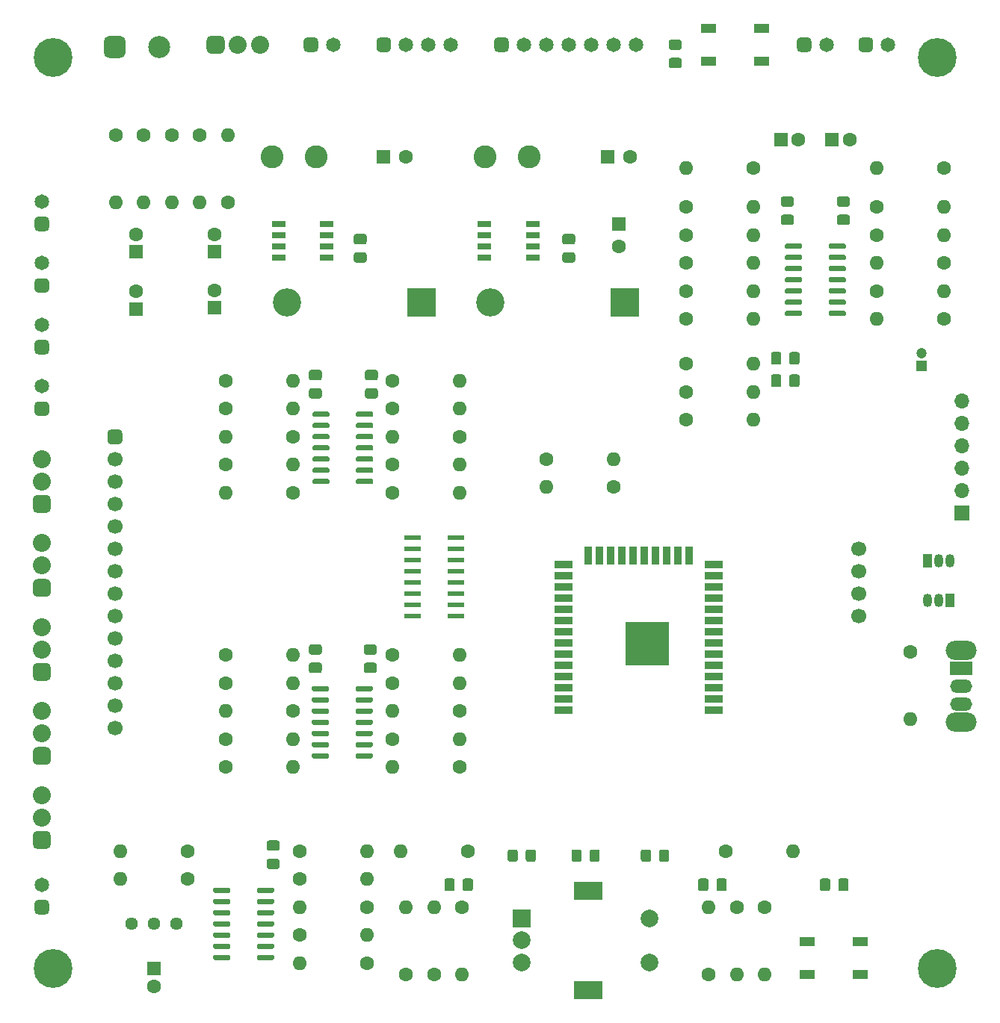
<source format=gbr>
G04 #@! TF.GenerationSoftware,KiCad,Pcbnew,(5.1.9-0-10_14)*
G04 #@! TF.CreationDate,2021-01-20T18:33:34+01:00*
G04 #@! TF.ProjectId,3DPrinter_Watercooling,33445072-696e-4746-9572-5f5761746572,rev?*
G04 #@! TF.SameCoordinates,Original*
G04 #@! TF.FileFunction,Soldermask,Top*
G04 #@! TF.FilePolarity,Negative*
%FSLAX46Y46*%
G04 Gerber Fmt 4.6, Leading zero omitted, Abs format (unit mm)*
G04 Created by KiCad (PCBNEW (5.1.9-0-10_14)) date 2021-01-20 18:33:34*
%MOMM*%
%LPD*%
G01*
G04 APERTURE LIST*
%ADD10C,1.700000*%
%ADD11R,1.600000X1.600000*%
%ADD12C,1.600000*%
%ADD13R,1.200000X1.200000*%
%ADD14C,1.200000*%
%ADD15R,3.200000X3.200000*%
%ADD16O,3.200000X3.200000*%
%ADD17C,0.700000*%
%ADD18C,4.400000*%
%ADD19R,1.550000X0.700000*%
%ADD20C,2.500000*%
%ADD21R,1.700000X1.700000*%
%ADD22O,1.700000X1.700000*%
%ADD23C,2.040000*%
%ADD24C,1.650000*%
%ADD25C,2.600000*%
%ADD26O,1.050000X1.500000*%
%ADD27R,1.050000X1.500000*%
%ADD28O,1.600000X1.600000*%
%ADD29C,1.440000*%
%ADD30R,1.800000X1.000000*%
%ADD31R,2.500000X1.500000*%
%ADD32O,2.500000X1.500000*%
%ADD33O,3.500000X2.200000*%
%ADD34R,5.000000X5.000000*%
%ADD35R,2.000000X0.900000*%
%ADD36R,0.900000X2.000000*%
%ADD37R,1.900000X0.600000*%
%ADD38C,2.000000*%
%ADD39R,3.200000X2.000000*%
%ADD40R,2.000000X2.000000*%
G04 APERTURE END LIST*
D10*
X223380000Y-80670000D03*
X223380000Y-83210000D03*
X223380000Y-85750000D03*
X223380000Y-88290000D03*
G36*
G01*
X138230000Y-68395000D02*
X138230000Y-67545000D01*
G75*
G02*
X138655000Y-67120000I425000J0D01*
G01*
X139505000Y-67120000D01*
G75*
G02*
X139930000Y-67545000I0J-425000D01*
G01*
X139930000Y-68395000D01*
G75*
G02*
X139505000Y-68820000I-425000J0D01*
G01*
X138655000Y-68820000D01*
G75*
G02*
X138230000Y-68395000I0J425000D01*
G01*
G37*
X139080000Y-70510000D03*
X139080000Y-73050000D03*
X139080000Y-75590000D03*
X139080000Y-78130000D03*
X139080000Y-80670000D03*
X139080000Y-83210000D03*
X139080000Y-85750000D03*
X139080000Y-88290000D03*
X139080000Y-90830000D03*
X139080000Y-93370000D03*
X139080000Y-95910000D03*
X139080000Y-98450000D03*
X139080000Y-100990000D03*
G36*
G01*
X167353000Y-48212500D02*
X166403000Y-48212500D01*
G75*
G02*
X166153000Y-47962500I0J250000D01*
G01*
X166153000Y-47287500D01*
G75*
G02*
X166403000Y-47037500I250000J0D01*
G01*
X167353000Y-47037500D01*
G75*
G02*
X167603000Y-47287500I0J-250000D01*
G01*
X167603000Y-47962500D01*
G75*
G02*
X167353000Y-48212500I-250000J0D01*
G01*
G37*
G36*
G01*
X167353000Y-46137500D02*
X166403000Y-46137500D01*
G75*
G02*
X166153000Y-45887500I0J250000D01*
G01*
X166153000Y-45212500D01*
G75*
G02*
X166403000Y-44962500I250000J0D01*
G01*
X167353000Y-44962500D01*
G75*
G02*
X167603000Y-45212500I0J-250000D01*
G01*
X167603000Y-45887500D01*
G75*
G02*
X167353000Y-46137500I-250000J0D01*
G01*
G37*
D11*
X169545000Y-36195000D03*
D12*
X172045000Y-36195000D03*
D13*
X230505000Y-59944000D03*
D14*
X230505000Y-58444000D03*
G36*
G01*
X215482000Y-59530000D02*
X215482000Y-58580000D01*
G75*
G02*
X215732000Y-58330000I250000J0D01*
G01*
X216407000Y-58330000D01*
G75*
G02*
X216657000Y-58580000I0J-250000D01*
G01*
X216657000Y-59530000D01*
G75*
G02*
X216407000Y-59780000I-250000J0D01*
G01*
X215732000Y-59780000D01*
G75*
G02*
X215482000Y-59530000I0J250000D01*
G01*
G37*
G36*
G01*
X213407000Y-59530000D02*
X213407000Y-58580000D01*
G75*
G02*
X213657000Y-58330000I250000J0D01*
G01*
X214332000Y-58330000D01*
G75*
G02*
X214582000Y-58580000I0J-250000D01*
G01*
X214582000Y-59530000D01*
G75*
G02*
X214332000Y-59780000I-250000J0D01*
G01*
X213657000Y-59780000D01*
G75*
G02*
X213407000Y-59530000I0J250000D01*
G01*
G37*
G36*
G01*
X202090000Y-22907500D02*
X203040000Y-22907500D01*
G75*
G02*
X203290000Y-23157500I0J-250000D01*
G01*
X203290000Y-23832500D01*
G75*
G02*
X203040000Y-24082500I-250000J0D01*
G01*
X202090000Y-24082500D01*
G75*
G02*
X201840000Y-23832500I0J250000D01*
G01*
X201840000Y-23157500D01*
G75*
G02*
X202090000Y-22907500I250000J0D01*
G01*
G37*
G36*
G01*
X202090000Y-24982500D02*
X203040000Y-24982500D01*
G75*
G02*
X203290000Y-25232500I0J-250000D01*
G01*
X203290000Y-25907500D01*
G75*
G02*
X203040000Y-26157500I-250000J0D01*
G01*
X202090000Y-26157500D01*
G75*
G02*
X201840000Y-25907500I0J250000D01*
G01*
X201840000Y-25232500D01*
G75*
G02*
X202090000Y-24982500I250000J0D01*
G01*
G37*
G36*
G01*
X220128000Y-118270000D02*
X220128000Y-119220000D01*
G75*
G02*
X219878000Y-119470000I-250000J0D01*
G01*
X219203000Y-119470000D01*
G75*
G02*
X218953000Y-119220000I0J250000D01*
G01*
X218953000Y-118270000D01*
G75*
G02*
X219203000Y-118020000I250000J0D01*
G01*
X219878000Y-118020000D01*
G75*
G02*
X220128000Y-118270000I0J-250000D01*
G01*
G37*
G36*
G01*
X222203000Y-118270000D02*
X222203000Y-119220000D01*
G75*
G02*
X221953000Y-119470000I-250000J0D01*
G01*
X221278000Y-119470000D01*
G75*
G02*
X221028000Y-119220000I0J250000D01*
G01*
X221028000Y-118270000D01*
G75*
G02*
X221278000Y-118020000I250000J0D01*
G01*
X221953000Y-118020000D01*
G75*
G02*
X222203000Y-118270000I0J-250000D01*
G01*
G37*
D12*
X197445000Y-36195000D03*
D11*
X194945000Y-36195000D03*
G36*
G01*
X190975000Y-48212500D02*
X190025000Y-48212500D01*
G75*
G02*
X189775000Y-47962500I0J250000D01*
G01*
X189775000Y-47287500D01*
G75*
G02*
X190025000Y-47037500I250000J0D01*
G01*
X190975000Y-47037500D01*
G75*
G02*
X191225000Y-47287500I0J-250000D01*
G01*
X191225000Y-47962500D01*
G75*
G02*
X190975000Y-48212500I-250000J0D01*
G01*
G37*
G36*
G01*
X190975000Y-46137500D02*
X190025000Y-46137500D01*
G75*
G02*
X189775000Y-45887500I0J250000D01*
G01*
X189775000Y-45212500D01*
G75*
G02*
X190025000Y-44962500I250000J0D01*
G01*
X190975000Y-44962500D01*
G75*
G02*
X191225000Y-45212500I0J-250000D01*
G01*
X191225000Y-45887500D01*
G75*
G02*
X190975000Y-46137500I-250000J0D01*
G01*
G37*
X196215000Y-43855000D03*
D12*
X196215000Y-46355000D03*
G36*
G01*
X215482000Y-62070000D02*
X215482000Y-61120000D01*
G75*
G02*
X215732000Y-60870000I250000J0D01*
G01*
X216407000Y-60870000D01*
G75*
G02*
X216657000Y-61120000I0J-250000D01*
G01*
X216657000Y-62070000D01*
G75*
G02*
X216407000Y-62320000I-250000J0D01*
G01*
X215732000Y-62320000D01*
G75*
G02*
X215482000Y-62070000I0J250000D01*
G01*
G37*
G36*
G01*
X213407000Y-62070000D02*
X213407000Y-61120000D01*
G75*
G02*
X213657000Y-60870000I250000J0D01*
G01*
X214332000Y-60870000D01*
G75*
G02*
X214582000Y-61120000I0J-250000D01*
G01*
X214582000Y-62070000D01*
G75*
G02*
X214332000Y-62320000I-250000J0D01*
G01*
X213657000Y-62320000D01*
G75*
G02*
X213407000Y-62070000I0J250000D01*
G01*
G37*
D11*
X143510000Y-128270000D03*
D12*
X143510000Y-130270000D03*
X150368000Y-51340000D03*
D11*
X150368000Y-53340000D03*
G36*
G01*
X156540000Y-115788000D02*
X157490000Y-115788000D01*
G75*
G02*
X157740000Y-116038000I0J-250000D01*
G01*
X157740000Y-116713000D01*
G75*
G02*
X157490000Y-116963000I-250000J0D01*
G01*
X156540000Y-116963000D01*
G75*
G02*
X156290000Y-116713000I0J250000D01*
G01*
X156290000Y-116038000D01*
G75*
G02*
X156540000Y-115788000I250000J0D01*
G01*
G37*
G36*
G01*
X156540000Y-113713000D02*
X157490000Y-113713000D01*
G75*
G02*
X157740000Y-113963000I0J-250000D01*
G01*
X157740000Y-114638000D01*
G75*
G02*
X157490000Y-114888000I-250000J0D01*
G01*
X156540000Y-114888000D01*
G75*
G02*
X156290000Y-114638000I0J250000D01*
G01*
X156290000Y-113963000D01*
G75*
G02*
X156540000Y-113713000I250000J0D01*
G01*
G37*
G36*
G01*
X168496000Y-92662500D02*
X167546000Y-92662500D01*
G75*
G02*
X167296000Y-92412500I0J250000D01*
G01*
X167296000Y-91737500D01*
G75*
G02*
X167546000Y-91487500I250000J0D01*
G01*
X168496000Y-91487500D01*
G75*
G02*
X168746000Y-91737500I0J-250000D01*
G01*
X168746000Y-92412500D01*
G75*
G02*
X168496000Y-92662500I-250000J0D01*
G01*
G37*
G36*
G01*
X168496000Y-94737500D02*
X167546000Y-94737500D01*
G75*
G02*
X167296000Y-94487500I0J250000D01*
G01*
X167296000Y-93812500D01*
G75*
G02*
X167546000Y-93562500I250000J0D01*
G01*
X168496000Y-93562500D01*
G75*
G02*
X168746000Y-93812500I0J-250000D01*
G01*
X168746000Y-94487500D01*
G75*
G02*
X168496000Y-94737500I-250000J0D01*
G01*
G37*
D12*
X216535000Y-34290000D03*
D11*
X214535000Y-34290000D03*
D12*
X150368000Y-44990000D03*
D11*
X150368000Y-46990000D03*
G36*
G01*
X214790000Y-40687500D02*
X215740000Y-40687500D01*
G75*
G02*
X215990000Y-40937500I0J-250000D01*
G01*
X215990000Y-41612500D01*
G75*
G02*
X215740000Y-41862500I-250000J0D01*
G01*
X214790000Y-41862500D01*
G75*
G02*
X214540000Y-41612500I0J250000D01*
G01*
X214540000Y-40937500D01*
G75*
G02*
X214790000Y-40687500I250000J0D01*
G01*
G37*
G36*
G01*
X214790000Y-42762500D02*
X215740000Y-42762500D01*
G75*
G02*
X215990000Y-43012500I0J-250000D01*
G01*
X215990000Y-43687500D01*
G75*
G02*
X215740000Y-43937500I-250000J0D01*
G01*
X214790000Y-43937500D01*
G75*
G02*
X214540000Y-43687500I0J250000D01*
G01*
X214540000Y-43012500D01*
G75*
G02*
X214790000Y-42762500I250000J0D01*
G01*
G37*
G36*
G01*
X161323000Y-93562500D02*
X162273000Y-93562500D01*
G75*
G02*
X162523000Y-93812500I0J-250000D01*
G01*
X162523000Y-94487500D01*
G75*
G02*
X162273000Y-94737500I-250000J0D01*
G01*
X161323000Y-94737500D01*
G75*
G02*
X161073000Y-94487500I0J250000D01*
G01*
X161073000Y-93812500D01*
G75*
G02*
X161323000Y-93562500I250000J0D01*
G01*
G37*
G36*
G01*
X161323000Y-91487500D02*
X162273000Y-91487500D01*
G75*
G02*
X162523000Y-91737500I0J-250000D01*
G01*
X162523000Y-92412500D01*
G75*
G02*
X162273000Y-92662500I-250000J0D01*
G01*
X161323000Y-92662500D01*
G75*
G02*
X161073000Y-92412500I0J250000D01*
G01*
X161073000Y-91737500D01*
G75*
G02*
X161323000Y-91487500I250000J0D01*
G01*
G37*
X220345000Y-34290000D03*
D12*
X222345000Y-34290000D03*
D11*
X141478000Y-53435000D03*
D12*
X141478000Y-51435000D03*
D11*
X141478000Y-46990000D03*
D12*
X141478000Y-44990000D03*
G36*
G01*
X222090000Y-41862500D02*
X221140000Y-41862500D01*
G75*
G02*
X220890000Y-41612500I0J250000D01*
G01*
X220890000Y-40937500D01*
G75*
G02*
X221140000Y-40687500I250000J0D01*
G01*
X222090000Y-40687500D01*
G75*
G02*
X222340000Y-40937500I0J-250000D01*
G01*
X222340000Y-41612500D01*
G75*
G02*
X222090000Y-41862500I-250000J0D01*
G01*
G37*
G36*
G01*
X222090000Y-43937500D02*
X221140000Y-43937500D01*
G75*
G02*
X220890000Y-43687500I0J250000D01*
G01*
X220890000Y-43012500D01*
G75*
G02*
X221140000Y-42762500I250000J0D01*
G01*
X222090000Y-42762500D01*
G75*
G02*
X222340000Y-43012500I0J-250000D01*
G01*
X222340000Y-43687500D01*
G75*
G02*
X222090000Y-43937500I-250000J0D01*
G01*
G37*
G36*
G01*
X168623000Y-63622500D02*
X167673000Y-63622500D01*
G75*
G02*
X167423000Y-63372500I0J250000D01*
G01*
X167423000Y-62697500D01*
G75*
G02*
X167673000Y-62447500I250000J0D01*
G01*
X168623000Y-62447500D01*
G75*
G02*
X168873000Y-62697500I0J-250000D01*
G01*
X168873000Y-63372500D01*
G75*
G02*
X168623000Y-63622500I-250000J0D01*
G01*
G37*
G36*
G01*
X168623000Y-61547500D02*
X167673000Y-61547500D01*
G75*
G02*
X167423000Y-61297500I0J250000D01*
G01*
X167423000Y-60622500D01*
G75*
G02*
X167673000Y-60372500I250000J0D01*
G01*
X168623000Y-60372500D01*
G75*
G02*
X168873000Y-60622500I0J-250000D01*
G01*
X168873000Y-61297500D01*
G75*
G02*
X168623000Y-61547500I-250000J0D01*
G01*
G37*
G36*
G01*
X161323000Y-62447500D02*
X162273000Y-62447500D01*
G75*
G02*
X162523000Y-62697500I0J-250000D01*
G01*
X162523000Y-63372500D01*
G75*
G02*
X162273000Y-63622500I-250000J0D01*
G01*
X161323000Y-63622500D01*
G75*
G02*
X161073000Y-63372500I0J250000D01*
G01*
X161073000Y-62697500D01*
G75*
G02*
X161323000Y-62447500I250000J0D01*
G01*
G37*
G36*
G01*
X161323000Y-60372500D02*
X162273000Y-60372500D01*
G75*
G02*
X162523000Y-60622500I0J-250000D01*
G01*
X162523000Y-61297500D01*
G75*
G02*
X162273000Y-61547500I-250000J0D01*
G01*
X161323000Y-61547500D01*
G75*
G02*
X161073000Y-61297500I0J250000D01*
G01*
X161073000Y-60622500D01*
G75*
G02*
X161323000Y-60372500I250000J0D01*
G01*
G37*
D15*
X173863000Y-52705000D03*
D16*
X158623000Y-52705000D03*
G36*
G01*
X186775000Y-114992999D02*
X186775000Y-115893001D01*
G75*
G02*
X186525001Y-116143000I-249999J0D01*
G01*
X185874999Y-116143000D01*
G75*
G02*
X185625000Y-115893001I0J249999D01*
G01*
X185625000Y-114992999D01*
G75*
G02*
X185874999Y-114743000I249999J0D01*
G01*
X186525001Y-114743000D01*
G75*
G02*
X186775000Y-114992999I0J-249999D01*
G01*
G37*
G36*
G01*
X184725000Y-114992999D02*
X184725000Y-115893001D01*
G75*
G02*
X184475001Y-116143000I-249999J0D01*
G01*
X183824999Y-116143000D01*
G75*
G02*
X183575000Y-115893001I0J249999D01*
G01*
X183575000Y-114992999D01*
G75*
G02*
X183824999Y-114743000I249999J0D01*
G01*
X184475001Y-114743000D01*
G75*
G02*
X184725000Y-114992999I0J-249999D01*
G01*
G37*
G36*
G01*
X199820000Y-114992999D02*
X199820000Y-115893001D01*
G75*
G02*
X199570001Y-116143000I-249999J0D01*
G01*
X198919999Y-116143000D01*
G75*
G02*
X198670000Y-115893001I0J249999D01*
G01*
X198670000Y-114992999D01*
G75*
G02*
X198919999Y-114743000I249999J0D01*
G01*
X199570001Y-114743000D01*
G75*
G02*
X199820000Y-114992999I0J-249999D01*
G01*
G37*
G36*
G01*
X201870000Y-114992999D02*
X201870000Y-115893001D01*
G75*
G02*
X201620001Y-116143000I-249999J0D01*
G01*
X200969999Y-116143000D01*
G75*
G02*
X200720000Y-115893001I0J249999D01*
G01*
X200720000Y-114992999D01*
G75*
G02*
X200969999Y-114743000I249999J0D01*
G01*
X201620001Y-114743000D01*
G75*
G02*
X201870000Y-114992999I0J-249999D01*
G01*
G37*
G36*
G01*
X194005000Y-114992999D02*
X194005000Y-115893001D01*
G75*
G02*
X193755001Y-116143000I-249999J0D01*
G01*
X193104999Y-116143000D01*
G75*
G02*
X192855000Y-115893001I0J249999D01*
G01*
X192855000Y-114992999D01*
G75*
G02*
X193104999Y-114743000I249999J0D01*
G01*
X193755001Y-114743000D01*
G75*
G02*
X194005000Y-114992999I0J-249999D01*
G01*
G37*
G36*
G01*
X191955000Y-114992999D02*
X191955000Y-115893001D01*
G75*
G02*
X191705001Y-116143000I-249999J0D01*
G01*
X191054999Y-116143000D01*
G75*
G02*
X190805000Y-115893001I0J249999D01*
G01*
X190805000Y-114992999D01*
G75*
G02*
X191054999Y-114743000I249999J0D01*
G01*
X191705001Y-114743000D01*
G75*
G02*
X191955000Y-114992999I0J-249999D01*
G01*
G37*
X181610000Y-52705000D03*
D15*
X196850000Y-52705000D03*
D17*
X133246726Y-23773274D03*
X132080000Y-23290000D03*
X130913274Y-23773274D03*
X130430000Y-24940000D03*
X130913274Y-26106726D03*
X132080000Y-26590000D03*
X133246726Y-26106726D03*
X133730000Y-24940000D03*
D18*
X132080000Y-24940000D03*
D17*
X233401726Y-23773274D03*
X232235000Y-23290000D03*
X231068274Y-23773274D03*
X230585000Y-24940000D03*
X231068274Y-26106726D03*
X232235000Y-26590000D03*
X233401726Y-26106726D03*
X233885000Y-24940000D03*
D18*
X232235000Y-24940000D03*
X232235000Y-128270000D03*
D17*
X233885000Y-128270000D03*
X233401726Y-129436726D03*
X232235000Y-129920000D03*
X231068274Y-129436726D03*
X230585000Y-128270000D03*
X231068274Y-127103274D03*
X232235000Y-126620000D03*
X233401726Y-127103274D03*
X133246726Y-127103274D03*
X132080000Y-126620000D03*
X130913274Y-127103274D03*
X130430000Y-128270000D03*
X130913274Y-129436726D03*
X132080000Y-129920000D03*
X133246726Y-129436726D03*
X133730000Y-128270000D03*
D18*
X132080000Y-128270000D03*
D19*
X157618000Y-47625000D03*
X157618000Y-46355000D03*
X157618000Y-45085000D03*
X157618000Y-43815000D03*
X163068000Y-43815000D03*
X163068000Y-45085000D03*
X163068000Y-46355000D03*
X163068000Y-47625000D03*
X186425000Y-47625000D03*
X186425000Y-46355000D03*
X186425000Y-45085000D03*
X186425000Y-43815000D03*
X180975000Y-43815000D03*
X180975000Y-45085000D03*
X180975000Y-46355000D03*
X180975000Y-47625000D03*
D20*
X144065000Y-23749000D03*
G36*
G01*
X137815000Y-24374000D02*
X137815000Y-23124000D01*
G75*
G02*
X138440000Y-22499000I625000J0D01*
G01*
X139690000Y-22499000D01*
G75*
G02*
X140315000Y-23124000I0J-625000D01*
G01*
X140315000Y-24374000D01*
G75*
G02*
X139690000Y-24999000I-625000J0D01*
G01*
X138440000Y-24999000D01*
G75*
G02*
X137815000Y-24374000I0J625000D01*
G01*
G37*
D21*
X235077000Y-76581000D03*
D22*
X235077000Y-74041000D03*
X235077000Y-71501000D03*
X235077000Y-68961000D03*
X235077000Y-66421000D03*
X235077000Y-63881000D03*
G36*
G01*
X131320000Y-114685000D02*
X130300000Y-114685000D01*
G75*
G02*
X129790000Y-114175000I0J510000D01*
G01*
X129790000Y-113155000D01*
G75*
G02*
X130300000Y-112645000I510000J0D01*
G01*
X131320000Y-112645000D01*
G75*
G02*
X131830000Y-113155000I0J-510000D01*
G01*
X131830000Y-114175000D01*
G75*
G02*
X131320000Y-114685000I-510000J0D01*
G01*
G37*
D23*
X130810000Y-111125000D03*
X130810000Y-108585000D03*
G36*
G01*
X131320000Y-105160000D02*
X130300000Y-105160000D01*
G75*
G02*
X129790000Y-104650000I0J510000D01*
G01*
X129790000Y-103630000D01*
G75*
G02*
X130300000Y-103120000I510000J0D01*
G01*
X131320000Y-103120000D01*
G75*
G02*
X131830000Y-103630000I0J-510000D01*
G01*
X131830000Y-104650000D01*
G75*
G02*
X131320000Y-105160000I-510000J0D01*
G01*
G37*
X130810000Y-101600000D03*
X130810000Y-99060000D03*
G36*
G01*
X131320000Y-95635000D02*
X130300000Y-95635000D01*
G75*
G02*
X129790000Y-95125000I0J510000D01*
G01*
X129790000Y-94105000D01*
G75*
G02*
X130300000Y-93595000I510000J0D01*
G01*
X131320000Y-93595000D01*
G75*
G02*
X131830000Y-94105000I0J-510000D01*
G01*
X131830000Y-95125000D01*
G75*
G02*
X131320000Y-95635000I-510000J0D01*
G01*
G37*
X130810000Y-92075000D03*
X130810000Y-89535000D03*
X130810000Y-80010000D03*
X130810000Y-82550000D03*
G36*
G01*
X131320000Y-86110000D02*
X130300000Y-86110000D01*
G75*
G02*
X129790000Y-85600000I0J510000D01*
G01*
X129790000Y-84580000D01*
G75*
G02*
X130300000Y-84070000I510000J0D01*
G01*
X131320000Y-84070000D01*
G75*
G02*
X131830000Y-84580000I0J-510000D01*
G01*
X131830000Y-85600000D01*
G75*
G02*
X131320000Y-86110000I-510000J0D01*
G01*
G37*
G36*
G01*
X182055000Y-23907500D02*
X182055000Y-23082500D01*
G75*
G02*
X182467500Y-22670000I412500J0D01*
G01*
X183292500Y-22670000D01*
G75*
G02*
X183705000Y-23082500I0J-412500D01*
G01*
X183705000Y-23907500D01*
G75*
G02*
X183292500Y-24320000I-412500J0D01*
G01*
X182467500Y-24320000D01*
G75*
G02*
X182055000Y-23907500I0J412500D01*
G01*
G37*
D24*
X185420000Y-23495000D03*
X187960000Y-23495000D03*
X190500000Y-23495000D03*
X193040000Y-23495000D03*
X195580000Y-23495000D03*
X198120000Y-23495000D03*
D23*
X130810000Y-70485000D03*
X130810000Y-73025000D03*
G36*
G01*
X131320000Y-76585000D02*
X130300000Y-76585000D01*
G75*
G02*
X129790000Y-76075000I0J510000D01*
G01*
X129790000Y-75055000D01*
G75*
G02*
X130300000Y-74545000I510000J0D01*
G01*
X131320000Y-74545000D01*
G75*
G02*
X131830000Y-75055000I0J-510000D01*
G01*
X131830000Y-76075000D01*
G75*
G02*
X131320000Y-76585000I-510000J0D01*
G01*
G37*
G36*
G01*
X160465000Y-23907500D02*
X160465000Y-23082500D01*
G75*
G02*
X160877500Y-22670000I412500J0D01*
G01*
X161702500Y-22670000D01*
G75*
G02*
X162115000Y-23082500I0J-412500D01*
G01*
X162115000Y-23907500D01*
G75*
G02*
X161702500Y-24320000I-412500J0D01*
G01*
X160877500Y-24320000D01*
G75*
G02*
X160465000Y-23907500I0J412500D01*
G01*
G37*
D24*
X163830000Y-23495000D03*
G36*
G01*
X168720000Y-23907500D02*
X168720000Y-23082500D01*
G75*
G02*
X169132500Y-22670000I412500J0D01*
G01*
X169957500Y-22670000D01*
G75*
G02*
X170370000Y-23082500I0J-412500D01*
G01*
X170370000Y-23907500D01*
G75*
G02*
X169957500Y-24320000I-412500J0D01*
G01*
X169132500Y-24320000D01*
G75*
G02*
X168720000Y-23907500I0J412500D01*
G01*
G37*
X172085000Y-23495000D03*
X177165000Y-23495000D03*
X174625000Y-23495000D03*
D25*
X161925000Y-36195000D03*
X156925000Y-36195000D03*
X181055000Y-36195000D03*
X186055000Y-36195000D03*
D26*
X232410000Y-86487000D03*
X231140000Y-86487000D03*
D27*
X233680000Y-86487000D03*
X231140000Y-82042000D03*
D26*
X233680000Y-82042000D03*
X232410000Y-82042000D03*
D28*
X171450000Y-114935000D03*
D12*
X179070000Y-114935000D03*
X208280000Y-114935000D03*
D28*
X215900000Y-114935000D03*
D12*
X187960000Y-70485000D03*
D28*
X195580000Y-70485000D03*
D12*
X203835000Y-59690000D03*
D28*
X211455000Y-59690000D03*
X211455000Y-62865000D03*
D12*
X203835000Y-62865000D03*
D28*
X187960000Y-73660000D03*
D12*
X195580000Y-73660000D03*
X203835000Y-65989200D03*
D28*
X211455000Y-66040000D03*
D12*
X147320000Y-114935000D03*
D28*
X139700000Y-114935000D03*
X139192000Y-41402000D03*
D12*
X139192000Y-33782000D03*
X229235000Y-92329000D03*
D28*
X229235000Y-99949000D03*
X151892000Y-33782000D03*
D12*
X151892000Y-41402000D03*
D28*
X167640000Y-114935000D03*
D12*
X160020000Y-114935000D03*
X170561000Y-92710000D03*
D28*
X178181000Y-92710000D03*
X167640000Y-118110000D03*
D12*
X160020000Y-118110000D03*
D28*
X178181000Y-95885000D03*
D12*
X170561000Y-95885000D03*
X167640000Y-121285000D03*
D28*
X160020000Y-121285000D03*
X170561000Y-99060000D03*
D12*
X178181000Y-99060000D03*
X160020000Y-124460000D03*
D28*
X167640000Y-124460000D03*
X178181000Y-102235000D03*
D12*
X170561000Y-102235000D03*
D28*
X160020000Y-127635000D03*
D12*
X167640000Y-127635000D03*
D28*
X170561000Y-105410000D03*
D12*
X178181000Y-105410000D03*
X211455000Y-37465000D03*
D28*
X203835000Y-37465000D03*
X142367000Y-41402000D03*
D12*
X142367000Y-33782000D03*
D28*
X211455000Y-41910000D03*
D12*
X203835000Y-41910000D03*
X151638000Y-92710000D03*
D28*
X159258000Y-92710000D03*
X211455000Y-45085000D03*
D12*
X203835000Y-45085000D03*
X151638000Y-95885000D03*
D28*
X159258000Y-95885000D03*
D12*
X147320000Y-118110000D03*
D28*
X139700000Y-118110000D03*
D12*
X203835000Y-48260000D03*
D28*
X211455000Y-48260000D03*
X151638000Y-99060000D03*
D12*
X159258000Y-99060000D03*
X203835000Y-51435000D03*
D28*
X211455000Y-51435000D03*
X159258000Y-102235000D03*
D12*
X151638000Y-102235000D03*
D28*
X211455000Y-54610000D03*
D12*
X203835000Y-54610000D03*
D28*
X159258000Y-105410000D03*
D12*
X151638000Y-105410000D03*
X233045000Y-37465000D03*
D28*
X225425000Y-37465000D03*
X145542000Y-41402000D03*
D12*
X145542000Y-33782000D03*
D28*
X148717000Y-41402000D03*
D12*
X148717000Y-33782000D03*
D28*
X233045000Y-41910000D03*
D12*
X225425000Y-41910000D03*
X170561000Y-61595000D03*
D28*
X178181000Y-61595000D03*
X159258000Y-61595000D03*
D12*
X151638000Y-61595000D03*
D28*
X233045000Y-45085000D03*
D12*
X225425000Y-45085000D03*
D28*
X178181000Y-64770000D03*
D12*
X170561000Y-64770000D03*
X151638000Y-64770000D03*
D28*
X159258000Y-64770000D03*
D12*
X233045000Y-48260000D03*
D28*
X225425000Y-48260000D03*
X170561000Y-67945000D03*
D12*
X178181000Y-67945000D03*
X159258000Y-67945000D03*
D28*
X151638000Y-67945000D03*
D12*
X225425000Y-51435000D03*
D28*
X233045000Y-51435000D03*
X178181000Y-71120000D03*
D12*
X170561000Y-71120000D03*
X151638000Y-71120000D03*
D28*
X159258000Y-71120000D03*
X225425000Y-54610000D03*
D12*
X233045000Y-54610000D03*
X170561000Y-74295000D03*
D28*
X178181000Y-74295000D03*
D12*
X159258000Y-74295000D03*
D28*
X151638000Y-74295000D03*
D29*
X146050000Y-123190000D03*
X143510000Y-123190000D03*
X140970000Y-123190000D03*
D30*
X212344000Y-21650000D03*
X206344000Y-21650000D03*
X206344000Y-25400000D03*
X212344000Y-25400000D03*
X217520000Y-125155000D03*
X223520000Y-125155000D03*
X223520000Y-128905000D03*
X217520000Y-128905000D03*
D31*
X234950000Y-94230000D03*
D32*
X234950000Y-96230000D03*
X234950000Y-98230000D03*
D33*
X234950000Y-92130000D03*
X234950000Y-100330000D03*
D24*
X130810000Y-118745000D03*
G36*
G01*
X131222500Y-122110000D02*
X130397500Y-122110000D01*
G75*
G02*
X129985000Y-121697500I0J412500D01*
G01*
X129985000Y-120872500D01*
G75*
G02*
X130397500Y-120460000I412500J0D01*
G01*
X131222500Y-120460000D01*
G75*
G02*
X131635000Y-120872500I0J-412500D01*
G01*
X131635000Y-121697500D01*
G75*
G02*
X131222500Y-122110000I-412500J0D01*
G01*
G37*
X130810000Y-62230000D03*
G36*
G01*
X131222500Y-65595000D02*
X130397500Y-65595000D01*
G75*
G02*
X129985000Y-65182500I0J412500D01*
G01*
X129985000Y-64357500D01*
G75*
G02*
X130397500Y-63945000I412500J0D01*
G01*
X131222500Y-63945000D01*
G75*
G02*
X131635000Y-64357500I0J-412500D01*
G01*
X131635000Y-65182500D01*
G75*
G02*
X131222500Y-65595000I-412500J0D01*
G01*
G37*
G36*
G01*
X216345000Y-23907500D02*
X216345000Y-23082500D01*
G75*
G02*
X216757500Y-22670000I412500J0D01*
G01*
X217582500Y-22670000D01*
G75*
G02*
X217995000Y-23082500I0J-412500D01*
G01*
X217995000Y-23907500D01*
G75*
G02*
X217582500Y-24320000I-412500J0D01*
G01*
X216757500Y-24320000D01*
G75*
G02*
X216345000Y-23907500I0J412500D01*
G01*
G37*
X219710000Y-23495000D03*
G36*
G01*
X131222500Y-58610000D02*
X130397500Y-58610000D01*
G75*
G02*
X129985000Y-58197500I0J412500D01*
G01*
X129985000Y-57372500D01*
G75*
G02*
X130397500Y-56960000I412500J0D01*
G01*
X131222500Y-56960000D01*
G75*
G02*
X131635000Y-57372500I0J-412500D01*
G01*
X131635000Y-58197500D01*
G75*
G02*
X131222500Y-58610000I-412500J0D01*
G01*
G37*
X130810000Y-55245000D03*
X226695000Y-23495000D03*
G36*
G01*
X223330000Y-23907500D02*
X223330000Y-23082500D01*
G75*
G02*
X223742500Y-22670000I412500J0D01*
G01*
X224567500Y-22670000D01*
G75*
G02*
X224980000Y-23082500I0J-412500D01*
G01*
X224980000Y-23907500D01*
G75*
G02*
X224567500Y-24320000I-412500J0D01*
G01*
X223742500Y-24320000D01*
G75*
G02*
X223330000Y-23907500I0J412500D01*
G01*
G37*
G36*
G01*
X131222500Y-51625000D02*
X130397500Y-51625000D01*
G75*
G02*
X129985000Y-51212500I0J412500D01*
G01*
X129985000Y-50387500D01*
G75*
G02*
X130397500Y-49975000I412500J0D01*
G01*
X131222500Y-49975000D01*
G75*
G02*
X131635000Y-50387500I0J-412500D01*
G01*
X131635000Y-51212500D01*
G75*
G02*
X131222500Y-51625000I-412500J0D01*
G01*
G37*
X130810000Y-48260000D03*
X130810000Y-41275000D03*
G36*
G01*
X131222500Y-44640000D02*
X130397500Y-44640000D01*
G75*
G02*
X129985000Y-44227500I0J412500D01*
G01*
X129985000Y-43402500D01*
G75*
G02*
X130397500Y-42990000I412500J0D01*
G01*
X131222500Y-42990000D01*
G75*
G02*
X131635000Y-43402500I0J-412500D01*
G01*
X131635000Y-44227500D01*
G75*
G02*
X131222500Y-44640000I-412500J0D01*
G01*
G37*
D34*
X199390000Y-91440000D03*
D35*
X206890000Y-98940000D03*
X206890000Y-97670000D03*
X206890000Y-96400000D03*
X206890000Y-95130000D03*
X206890000Y-93860000D03*
X206890000Y-92590000D03*
X206890000Y-91320000D03*
X206890000Y-90050000D03*
X206890000Y-88780000D03*
X206890000Y-87510000D03*
X206890000Y-86240000D03*
X206890000Y-84970000D03*
X206890000Y-83700000D03*
X206890000Y-82430000D03*
D36*
X204105000Y-81430000D03*
X202835000Y-81430000D03*
X201565000Y-81430000D03*
X200295000Y-81430000D03*
X199025000Y-81430000D03*
X197755000Y-81430000D03*
X196485000Y-81430000D03*
X195215000Y-81430000D03*
X193945000Y-81430000D03*
X192675000Y-81430000D03*
D35*
X189890000Y-82430000D03*
X189890000Y-83700000D03*
X189890000Y-84970000D03*
X189890000Y-86240000D03*
X189890000Y-87510000D03*
X189890000Y-88780000D03*
X189890000Y-90050000D03*
X189890000Y-91320000D03*
X189890000Y-92590000D03*
X189890000Y-93860000D03*
X189890000Y-95130000D03*
X189890000Y-96400000D03*
X189890000Y-97670000D03*
X189890000Y-98940000D03*
D37*
X177715000Y-79375000D03*
X177715000Y-80645000D03*
X177715000Y-81915000D03*
X177715000Y-83185000D03*
X177715000Y-84455000D03*
X177715000Y-85725000D03*
X177715000Y-86995000D03*
X177715000Y-88265000D03*
X172805000Y-88265000D03*
X172805000Y-86995000D03*
X172805000Y-85725000D03*
X172805000Y-84455000D03*
X172805000Y-83185000D03*
X172805000Y-81915000D03*
X172805000Y-80645000D03*
X172805000Y-79375000D03*
G36*
G01*
X150220000Y-119530000D02*
X150220000Y-119230000D01*
G75*
G02*
X150370000Y-119080000I150000J0D01*
G01*
X152020000Y-119080000D01*
G75*
G02*
X152170000Y-119230000I0J-150000D01*
G01*
X152170000Y-119530000D01*
G75*
G02*
X152020000Y-119680000I-150000J0D01*
G01*
X150370000Y-119680000D01*
G75*
G02*
X150220000Y-119530000I0J150000D01*
G01*
G37*
G36*
G01*
X150220000Y-120800000D02*
X150220000Y-120500000D01*
G75*
G02*
X150370000Y-120350000I150000J0D01*
G01*
X152020000Y-120350000D01*
G75*
G02*
X152170000Y-120500000I0J-150000D01*
G01*
X152170000Y-120800000D01*
G75*
G02*
X152020000Y-120950000I-150000J0D01*
G01*
X150370000Y-120950000D01*
G75*
G02*
X150220000Y-120800000I0J150000D01*
G01*
G37*
G36*
G01*
X150220000Y-122070000D02*
X150220000Y-121770000D01*
G75*
G02*
X150370000Y-121620000I150000J0D01*
G01*
X152020000Y-121620000D01*
G75*
G02*
X152170000Y-121770000I0J-150000D01*
G01*
X152170000Y-122070000D01*
G75*
G02*
X152020000Y-122220000I-150000J0D01*
G01*
X150370000Y-122220000D01*
G75*
G02*
X150220000Y-122070000I0J150000D01*
G01*
G37*
G36*
G01*
X150220000Y-123340000D02*
X150220000Y-123040000D01*
G75*
G02*
X150370000Y-122890000I150000J0D01*
G01*
X152020000Y-122890000D01*
G75*
G02*
X152170000Y-123040000I0J-150000D01*
G01*
X152170000Y-123340000D01*
G75*
G02*
X152020000Y-123490000I-150000J0D01*
G01*
X150370000Y-123490000D01*
G75*
G02*
X150220000Y-123340000I0J150000D01*
G01*
G37*
G36*
G01*
X150220000Y-124610000D02*
X150220000Y-124310000D01*
G75*
G02*
X150370000Y-124160000I150000J0D01*
G01*
X152020000Y-124160000D01*
G75*
G02*
X152170000Y-124310000I0J-150000D01*
G01*
X152170000Y-124610000D01*
G75*
G02*
X152020000Y-124760000I-150000J0D01*
G01*
X150370000Y-124760000D01*
G75*
G02*
X150220000Y-124610000I0J150000D01*
G01*
G37*
G36*
G01*
X150220000Y-125880000D02*
X150220000Y-125580000D01*
G75*
G02*
X150370000Y-125430000I150000J0D01*
G01*
X152020000Y-125430000D01*
G75*
G02*
X152170000Y-125580000I0J-150000D01*
G01*
X152170000Y-125880000D01*
G75*
G02*
X152020000Y-126030000I-150000J0D01*
G01*
X150370000Y-126030000D01*
G75*
G02*
X150220000Y-125880000I0J150000D01*
G01*
G37*
G36*
G01*
X150220000Y-127150000D02*
X150220000Y-126850000D01*
G75*
G02*
X150370000Y-126700000I150000J0D01*
G01*
X152020000Y-126700000D01*
G75*
G02*
X152170000Y-126850000I0J-150000D01*
G01*
X152170000Y-127150000D01*
G75*
G02*
X152020000Y-127300000I-150000J0D01*
G01*
X150370000Y-127300000D01*
G75*
G02*
X150220000Y-127150000I0J150000D01*
G01*
G37*
G36*
G01*
X155170000Y-127150000D02*
X155170000Y-126850000D01*
G75*
G02*
X155320000Y-126700000I150000J0D01*
G01*
X156970000Y-126700000D01*
G75*
G02*
X157120000Y-126850000I0J-150000D01*
G01*
X157120000Y-127150000D01*
G75*
G02*
X156970000Y-127300000I-150000J0D01*
G01*
X155320000Y-127300000D01*
G75*
G02*
X155170000Y-127150000I0J150000D01*
G01*
G37*
G36*
G01*
X155170000Y-125880000D02*
X155170000Y-125580000D01*
G75*
G02*
X155320000Y-125430000I150000J0D01*
G01*
X156970000Y-125430000D01*
G75*
G02*
X157120000Y-125580000I0J-150000D01*
G01*
X157120000Y-125880000D01*
G75*
G02*
X156970000Y-126030000I-150000J0D01*
G01*
X155320000Y-126030000D01*
G75*
G02*
X155170000Y-125880000I0J150000D01*
G01*
G37*
G36*
G01*
X155170000Y-124610000D02*
X155170000Y-124310000D01*
G75*
G02*
X155320000Y-124160000I150000J0D01*
G01*
X156970000Y-124160000D01*
G75*
G02*
X157120000Y-124310000I0J-150000D01*
G01*
X157120000Y-124610000D01*
G75*
G02*
X156970000Y-124760000I-150000J0D01*
G01*
X155320000Y-124760000D01*
G75*
G02*
X155170000Y-124610000I0J150000D01*
G01*
G37*
G36*
G01*
X155170000Y-123340000D02*
X155170000Y-123040000D01*
G75*
G02*
X155320000Y-122890000I150000J0D01*
G01*
X156970000Y-122890000D01*
G75*
G02*
X157120000Y-123040000I0J-150000D01*
G01*
X157120000Y-123340000D01*
G75*
G02*
X156970000Y-123490000I-150000J0D01*
G01*
X155320000Y-123490000D01*
G75*
G02*
X155170000Y-123340000I0J150000D01*
G01*
G37*
G36*
G01*
X155170000Y-122070000D02*
X155170000Y-121770000D01*
G75*
G02*
X155320000Y-121620000I150000J0D01*
G01*
X156970000Y-121620000D01*
G75*
G02*
X157120000Y-121770000I0J-150000D01*
G01*
X157120000Y-122070000D01*
G75*
G02*
X156970000Y-122220000I-150000J0D01*
G01*
X155320000Y-122220000D01*
G75*
G02*
X155170000Y-122070000I0J150000D01*
G01*
G37*
G36*
G01*
X155170000Y-120800000D02*
X155170000Y-120500000D01*
G75*
G02*
X155320000Y-120350000I150000J0D01*
G01*
X156970000Y-120350000D01*
G75*
G02*
X157120000Y-120500000I0J-150000D01*
G01*
X157120000Y-120800000D01*
G75*
G02*
X156970000Y-120950000I-150000J0D01*
G01*
X155320000Y-120950000D01*
G75*
G02*
X155170000Y-120800000I0J150000D01*
G01*
G37*
G36*
G01*
X155170000Y-119530000D02*
X155170000Y-119230000D01*
G75*
G02*
X155320000Y-119080000I150000J0D01*
G01*
X156970000Y-119080000D01*
G75*
G02*
X157120000Y-119230000I0J-150000D01*
G01*
X157120000Y-119530000D01*
G75*
G02*
X156970000Y-119680000I-150000J0D01*
G01*
X155320000Y-119680000D01*
G75*
G02*
X155170000Y-119530000I0J150000D01*
G01*
G37*
G36*
G01*
X161396000Y-96670000D02*
X161396000Y-96370000D01*
G75*
G02*
X161546000Y-96220000I150000J0D01*
G01*
X163196000Y-96220000D01*
G75*
G02*
X163346000Y-96370000I0J-150000D01*
G01*
X163346000Y-96670000D01*
G75*
G02*
X163196000Y-96820000I-150000J0D01*
G01*
X161546000Y-96820000D01*
G75*
G02*
X161396000Y-96670000I0J150000D01*
G01*
G37*
G36*
G01*
X161396000Y-97940000D02*
X161396000Y-97640000D01*
G75*
G02*
X161546000Y-97490000I150000J0D01*
G01*
X163196000Y-97490000D01*
G75*
G02*
X163346000Y-97640000I0J-150000D01*
G01*
X163346000Y-97940000D01*
G75*
G02*
X163196000Y-98090000I-150000J0D01*
G01*
X161546000Y-98090000D01*
G75*
G02*
X161396000Y-97940000I0J150000D01*
G01*
G37*
G36*
G01*
X161396000Y-99210000D02*
X161396000Y-98910000D01*
G75*
G02*
X161546000Y-98760000I150000J0D01*
G01*
X163196000Y-98760000D01*
G75*
G02*
X163346000Y-98910000I0J-150000D01*
G01*
X163346000Y-99210000D01*
G75*
G02*
X163196000Y-99360000I-150000J0D01*
G01*
X161546000Y-99360000D01*
G75*
G02*
X161396000Y-99210000I0J150000D01*
G01*
G37*
G36*
G01*
X161396000Y-100480000D02*
X161396000Y-100180000D01*
G75*
G02*
X161546000Y-100030000I150000J0D01*
G01*
X163196000Y-100030000D01*
G75*
G02*
X163346000Y-100180000I0J-150000D01*
G01*
X163346000Y-100480000D01*
G75*
G02*
X163196000Y-100630000I-150000J0D01*
G01*
X161546000Y-100630000D01*
G75*
G02*
X161396000Y-100480000I0J150000D01*
G01*
G37*
G36*
G01*
X161396000Y-101750000D02*
X161396000Y-101450000D01*
G75*
G02*
X161546000Y-101300000I150000J0D01*
G01*
X163196000Y-101300000D01*
G75*
G02*
X163346000Y-101450000I0J-150000D01*
G01*
X163346000Y-101750000D01*
G75*
G02*
X163196000Y-101900000I-150000J0D01*
G01*
X161546000Y-101900000D01*
G75*
G02*
X161396000Y-101750000I0J150000D01*
G01*
G37*
G36*
G01*
X161396000Y-103020000D02*
X161396000Y-102720000D01*
G75*
G02*
X161546000Y-102570000I150000J0D01*
G01*
X163196000Y-102570000D01*
G75*
G02*
X163346000Y-102720000I0J-150000D01*
G01*
X163346000Y-103020000D01*
G75*
G02*
X163196000Y-103170000I-150000J0D01*
G01*
X161546000Y-103170000D01*
G75*
G02*
X161396000Y-103020000I0J150000D01*
G01*
G37*
G36*
G01*
X161396000Y-104290000D02*
X161396000Y-103990000D01*
G75*
G02*
X161546000Y-103840000I150000J0D01*
G01*
X163196000Y-103840000D01*
G75*
G02*
X163346000Y-103990000I0J-150000D01*
G01*
X163346000Y-104290000D01*
G75*
G02*
X163196000Y-104440000I-150000J0D01*
G01*
X161546000Y-104440000D01*
G75*
G02*
X161396000Y-104290000I0J150000D01*
G01*
G37*
G36*
G01*
X166346000Y-104290000D02*
X166346000Y-103990000D01*
G75*
G02*
X166496000Y-103840000I150000J0D01*
G01*
X168146000Y-103840000D01*
G75*
G02*
X168296000Y-103990000I0J-150000D01*
G01*
X168296000Y-104290000D01*
G75*
G02*
X168146000Y-104440000I-150000J0D01*
G01*
X166496000Y-104440000D01*
G75*
G02*
X166346000Y-104290000I0J150000D01*
G01*
G37*
G36*
G01*
X166346000Y-103020000D02*
X166346000Y-102720000D01*
G75*
G02*
X166496000Y-102570000I150000J0D01*
G01*
X168146000Y-102570000D01*
G75*
G02*
X168296000Y-102720000I0J-150000D01*
G01*
X168296000Y-103020000D01*
G75*
G02*
X168146000Y-103170000I-150000J0D01*
G01*
X166496000Y-103170000D01*
G75*
G02*
X166346000Y-103020000I0J150000D01*
G01*
G37*
G36*
G01*
X166346000Y-101750000D02*
X166346000Y-101450000D01*
G75*
G02*
X166496000Y-101300000I150000J0D01*
G01*
X168146000Y-101300000D01*
G75*
G02*
X168296000Y-101450000I0J-150000D01*
G01*
X168296000Y-101750000D01*
G75*
G02*
X168146000Y-101900000I-150000J0D01*
G01*
X166496000Y-101900000D01*
G75*
G02*
X166346000Y-101750000I0J150000D01*
G01*
G37*
G36*
G01*
X166346000Y-100480000D02*
X166346000Y-100180000D01*
G75*
G02*
X166496000Y-100030000I150000J0D01*
G01*
X168146000Y-100030000D01*
G75*
G02*
X168296000Y-100180000I0J-150000D01*
G01*
X168296000Y-100480000D01*
G75*
G02*
X168146000Y-100630000I-150000J0D01*
G01*
X166496000Y-100630000D01*
G75*
G02*
X166346000Y-100480000I0J150000D01*
G01*
G37*
G36*
G01*
X166346000Y-99210000D02*
X166346000Y-98910000D01*
G75*
G02*
X166496000Y-98760000I150000J0D01*
G01*
X168146000Y-98760000D01*
G75*
G02*
X168296000Y-98910000I0J-150000D01*
G01*
X168296000Y-99210000D01*
G75*
G02*
X168146000Y-99360000I-150000J0D01*
G01*
X166496000Y-99360000D01*
G75*
G02*
X166346000Y-99210000I0J150000D01*
G01*
G37*
G36*
G01*
X166346000Y-97940000D02*
X166346000Y-97640000D01*
G75*
G02*
X166496000Y-97490000I150000J0D01*
G01*
X168146000Y-97490000D01*
G75*
G02*
X168296000Y-97640000I0J-150000D01*
G01*
X168296000Y-97940000D01*
G75*
G02*
X168146000Y-98090000I-150000J0D01*
G01*
X166496000Y-98090000D01*
G75*
G02*
X166346000Y-97940000I0J150000D01*
G01*
G37*
G36*
G01*
X166346000Y-96670000D02*
X166346000Y-96370000D01*
G75*
G02*
X166496000Y-96220000I150000J0D01*
G01*
X168146000Y-96220000D01*
G75*
G02*
X168296000Y-96370000I0J-150000D01*
G01*
X168296000Y-96670000D01*
G75*
G02*
X168146000Y-96820000I-150000J0D01*
G01*
X166496000Y-96820000D01*
G75*
G02*
X166346000Y-96670000I0J150000D01*
G01*
G37*
G36*
G01*
X214990000Y-46505000D02*
X214990000Y-46205000D01*
G75*
G02*
X215140000Y-46055000I150000J0D01*
G01*
X216790000Y-46055000D01*
G75*
G02*
X216940000Y-46205000I0J-150000D01*
G01*
X216940000Y-46505000D01*
G75*
G02*
X216790000Y-46655000I-150000J0D01*
G01*
X215140000Y-46655000D01*
G75*
G02*
X214990000Y-46505000I0J150000D01*
G01*
G37*
G36*
G01*
X214990000Y-47775000D02*
X214990000Y-47475000D01*
G75*
G02*
X215140000Y-47325000I150000J0D01*
G01*
X216790000Y-47325000D01*
G75*
G02*
X216940000Y-47475000I0J-150000D01*
G01*
X216940000Y-47775000D01*
G75*
G02*
X216790000Y-47925000I-150000J0D01*
G01*
X215140000Y-47925000D01*
G75*
G02*
X214990000Y-47775000I0J150000D01*
G01*
G37*
G36*
G01*
X214990000Y-49045000D02*
X214990000Y-48745000D01*
G75*
G02*
X215140000Y-48595000I150000J0D01*
G01*
X216790000Y-48595000D01*
G75*
G02*
X216940000Y-48745000I0J-150000D01*
G01*
X216940000Y-49045000D01*
G75*
G02*
X216790000Y-49195000I-150000J0D01*
G01*
X215140000Y-49195000D01*
G75*
G02*
X214990000Y-49045000I0J150000D01*
G01*
G37*
G36*
G01*
X214990000Y-50315000D02*
X214990000Y-50015000D01*
G75*
G02*
X215140000Y-49865000I150000J0D01*
G01*
X216790000Y-49865000D01*
G75*
G02*
X216940000Y-50015000I0J-150000D01*
G01*
X216940000Y-50315000D01*
G75*
G02*
X216790000Y-50465000I-150000J0D01*
G01*
X215140000Y-50465000D01*
G75*
G02*
X214990000Y-50315000I0J150000D01*
G01*
G37*
G36*
G01*
X214990000Y-51585000D02*
X214990000Y-51285000D01*
G75*
G02*
X215140000Y-51135000I150000J0D01*
G01*
X216790000Y-51135000D01*
G75*
G02*
X216940000Y-51285000I0J-150000D01*
G01*
X216940000Y-51585000D01*
G75*
G02*
X216790000Y-51735000I-150000J0D01*
G01*
X215140000Y-51735000D01*
G75*
G02*
X214990000Y-51585000I0J150000D01*
G01*
G37*
G36*
G01*
X214990000Y-52855000D02*
X214990000Y-52555000D01*
G75*
G02*
X215140000Y-52405000I150000J0D01*
G01*
X216790000Y-52405000D01*
G75*
G02*
X216940000Y-52555000I0J-150000D01*
G01*
X216940000Y-52855000D01*
G75*
G02*
X216790000Y-53005000I-150000J0D01*
G01*
X215140000Y-53005000D01*
G75*
G02*
X214990000Y-52855000I0J150000D01*
G01*
G37*
G36*
G01*
X214990000Y-54125000D02*
X214990000Y-53825000D01*
G75*
G02*
X215140000Y-53675000I150000J0D01*
G01*
X216790000Y-53675000D01*
G75*
G02*
X216940000Y-53825000I0J-150000D01*
G01*
X216940000Y-54125000D01*
G75*
G02*
X216790000Y-54275000I-150000J0D01*
G01*
X215140000Y-54275000D01*
G75*
G02*
X214990000Y-54125000I0J150000D01*
G01*
G37*
G36*
G01*
X219940000Y-54125000D02*
X219940000Y-53825000D01*
G75*
G02*
X220090000Y-53675000I150000J0D01*
G01*
X221740000Y-53675000D01*
G75*
G02*
X221890000Y-53825000I0J-150000D01*
G01*
X221890000Y-54125000D01*
G75*
G02*
X221740000Y-54275000I-150000J0D01*
G01*
X220090000Y-54275000D01*
G75*
G02*
X219940000Y-54125000I0J150000D01*
G01*
G37*
G36*
G01*
X219940000Y-52855000D02*
X219940000Y-52555000D01*
G75*
G02*
X220090000Y-52405000I150000J0D01*
G01*
X221740000Y-52405000D01*
G75*
G02*
X221890000Y-52555000I0J-150000D01*
G01*
X221890000Y-52855000D01*
G75*
G02*
X221740000Y-53005000I-150000J0D01*
G01*
X220090000Y-53005000D01*
G75*
G02*
X219940000Y-52855000I0J150000D01*
G01*
G37*
G36*
G01*
X219940000Y-51585000D02*
X219940000Y-51285000D01*
G75*
G02*
X220090000Y-51135000I150000J0D01*
G01*
X221740000Y-51135000D01*
G75*
G02*
X221890000Y-51285000I0J-150000D01*
G01*
X221890000Y-51585000D01*
G75*
G02*
X221740000Y-51735000I-150000J0D01*
G01*
X220090000Y-51735000D01*
G75*
G02*
X219940000Y-51585000I0J150000D01*
G01*
G37*
G36*
G01*
X219940000Y-50315000D02*
X219940000Y-50015000D01*
G75*
G02*
X220090000Y-49865000I150000J0D01*
G01*
X221740000Y-49865000D01*
G75*
G02*
X221890000Y-50015000I0J-150000D01*
G01*
X221890000Y-50315000D01*
G75*
G02*
X221740000Y-50465000I-150000J0D01*
G01*
X220090000Y-50465000D01*
G75*
G02*
X219940000Y-50315000I0J150000D01*
G01*
G37*
G36*
G01*
X219940000Y-49045000D02*
X219940000Y-48745000D01*
G75*
G02*
X220090000Y-48595000I150000J0D01*
G01*
X221740000Y-48595000D01*
G75*
G02*
X221890000Y-48745000I0J-150000D01*
G01*
X221890000Y-49045000D01*
G75*
G02*
X221740000Y-49195000I-150000J0D01*
G01*
X220090000Y-49195000D01*
G75*
G02*
X219940000Y-49045000I0J150000D01*
G01*
G37*
G36*
G01*
X219940000Y-47775000D02*
X219940000Y-47475000D01*
G75*
G02*
X220090000Y-47325000I150000J0D01*
G01*
X221740000Y-47325000D01*
G75*
G02*
X221890000Y-47475000I0J-150000D01*
G01*
X221890000Y-47775000D01*
G75*
G02*
X221740000Y-47925000I-150000J0D01*
G01*
X220090000Y-47925000D01*
G75*
G02*
X219940000Y-47775000I0J150000D01*
G01*
G37*
G36*
G01*
X219940000Y-46505000D02*
X219940000Y-46205000D01*
G75*
G02*
X220090000Y-46055000I150000J0D01*
G01*
X221740000Y-46055000D01*
G75*
G02*
X221890000Y-46205000I0J-150000D01*
G01*
X221890000Y-46505000D01*
G75*
G02*
X221740000Y-46655000I-150000J0D01*
G01*
X220090000Y-46655000D01*
G75*
G02*
X219940000Y-46505000I0J150000D01*
G01*
G37*
G36*
G01*
X161458000Y-65555000D02*
X161458000Y-65255000D01*
G75*
G02*
X161608000Y-65105000I150000J0D01*
G01*
X163258000Y-65105000D01*
G75*
G02*
X163408000Y-65255000I0J-150000D01*
G01*
X163408000Y-65555000D01*
G75*
G02*
X163258000Y-65705000I-150000J0D01*
G01*
X161608000Y-65705000D01*
G75*
G02*
X161458000Y-65555000I0J150000D01*
G01*
G37*
G36*
G01*
X161458000Y-66825000D02*
X161458000Y-66525000D01*
G75*
G02*
X161608000Y-66375000I150000J0D01*
G01*
X163258000Y-66375000D01*
G75*
G02*
X163408000Y-66525000I0J-150000D01*
G01*
X163408000Y-66825000D01*
G75*
G02*
X163258000Y-66975000I-150000J0D01*
G01*
X161608000Y-66975000D01*
G75*
G02*
X161458000Y-66825000I0J150000D01*
G01*
G37*
G36*
G01*
X161458000Y-68095000D02*
X161458000Y-67795000D01*
G75*
G02*
X161608000Y-67645000I150000J0D01*
G01*
X163258000Y-67645000D01*
G75*
G02*
X163408000Y-67795000I0J-150000D01*
G01*
X163408000Y-68095000D01*
G75*
G02*
X163258000Y-68245000I-150000J0D01*
G01*
X161608000Y-68245000D01*
G75*
G02*
X161458000Y-68095000I0J150000D01*
G01*
G37*
G36*
G01*
X161458000Y-69365000D02*
X161458000Y-69065000D01*
G75*
G02*
X161608000Y-68915000I150000J0D01*
G01*
X163258000Y-68915000D01*
G75*
G02*
X163408000Y-69065000I0J-150000D01*
G01*
X163408000Y-69365000D01*
G75*
G02*
X163258000Y-69515000I-150000J0D01*
G01*
X161608000Y-69515000D01*
G75*
G02*
X161458000Y-69365000I0J150000D01*
G01*
G37*
G36*
G01*
X161458000Y-70635000D02*
X161458000Y-70335000D01*
G75*
G02*
X161608000Y-70185000I150000J0D01*
G01*
X163258000Y-70185000D01*
G75*
G02*
X163408000Y-70335000I0J-150000D01*
G01*
X163408000Y-70635000D01*
G75*
G02*
X163258000Y-70785000I-150000J0D01*
G01*
X161608000Y-70785000D01*
G75*
G02*
X161458000Y-70635000I0J150000D01*
G01*
G37*
G36*
G01*
X161458000Y-71905000D02*
X161458000Y-71605000D01*
G75*
G02*
X161608000Y-71455000I150000J0D01*
G01*
X163258000Y-71455000D01*
G75*
G02*
X163408000Y-71605000I0J-150000D01*
G01*
X163408000Y-71905000D01*
G75*
G02*
X163258000Y-72055000I-150000J0D01*
G01*
X161608000Y-72055000D01*
G75*
G02*
X161458000Y-71905000I0J150000D01*
G01*
G37*
G36*
G01*
X161458000Y-73175000D02*
X161458000Y-72875000D01*
G75*
G02*
X161608000Y-72725000I150000J0D01*
G01*
X163258000Y-72725000D01*
G75*
G02*
X163408000Y-72875000I0J-150000D01*
G01*
X163408000Y-73175000D01*
G75*
G02*
X163258000Y-73325000I-150000J0D01*
G01*
X161608000Y-73325000D01*
G75*
G02*
X161458000Y-73175000I0J150000D01*
G01*
G37*
G36*
G01*
X166408000Y-73175000D02*
X166408000Y-72875000D01*
G75*
G02*
X166558000Y-72725000I150000J0D01*
G01*
X168208000Y-72725000D01*
G75*
G02*
X168358000Y-72875000I0J-150000D01*
G01*
X168358000Y-73175000D01*
G75*
G02*
X168208000Y-73325000I-150000J0D01*
G01*
X166558000Y-73325000D01*
G75*
G02*
X166408000Y-73175000I0J150000D01*
G01*
G37*
G36*
G01*
X166408000Y-71905000D02*
X166408000Y-71605000D01*
G75*
G02*
X166558000Y-71455000I150000J0D01*
G01*
X168208000Y-71455000D01*
G75*
G02*
X168358000Y-71605000I0J-150000D01*
G01*
X168358000Y-71905000D01*
G75*
G02*
X168208000Y-72055000I-150000J0D01*
G01*
X166558000Y-72055000D01*
G75*
G02*
X166408000Y-71905000I0J150000D01*
G01*
G37*
G36*
G01*
X166408000Y-70635000D02*
X166408000Y-70335000D01*
G75*
G02*
X166558000Y-70185000I150000J0D01*
G01*
X168208000Y-70185000D01*
G75*
G02*
X168358000Y-70335000I0J-150000D01*
G01*
X168358000Y-70635000D01*
G75*
G02*
X168208000Y-70785000I-150000J0D01*
G01*
X166558000Y-70785000D01*
G75*
G02*
X166408000Y-70635000I0J150000D01*
G01*
G37*
G36*
G01*
X166408000Y-69365000D02*
X166408000Y-69065000D01*
G75*
G02*
X166558000Y-68915000I150000J0D01*
G01*
X168208000Y-68915000D01*
G75*
G02*
X168358000Y-69065000I0J-150000D01*
G01*
X168358000Y-69365000D01*
G75*
G02*
X168208000Y-69515000I-150000J0D01*
G01*
X166558000Y-69515000D01*
G75*
G02*
X166408000Y-69365000I0J150000D01*
G01*
G37*
G36*
G01*
X166408000Y-68095000D02*
X166408000Y-67795000D01*
G75*
G02*
X166558000Y-67645000I150000J0D01*
G01*
X168208000Y-67645000D01*
G75*
G02*
X168358000Y-67795000I0J-150000D01*
G01*
X168358000Y-68095000D01*
G75*
G02*
X168208000Y-68245000I-150000J0D01*
G01*
X166558000Y-68245000D01*
G75*
G02*
X166408000Y-68095000I0J150000D01*
G01*
G37*
G36*
G01*
X166408000Y-66825000D02*
X166408000Y-66525000D01*
G75*
G02*
X166558000Y-66375000I150000J0D01*
G01*
X168208000Y-66375000D01*
G75*
G02*
X168358000Y-66525000I0J-150000D01*
G01*
X168358000Y-66825000D01*
G75*
G02*
X168208000Y-66975000I-150000J0D01*
G01*
X166558000Y-66975000D01*
G75*
G02*
X166408000Y-66825000I0J150000D01*
G01*
G37*
G36*
G01*
X166408000Y-65555000D02*
X166408000Y-65255000D01*
G75*
G02*
X166558000Y-65105000I150000J0D01*
G01*
X168208000Y-65105000D01*
G75*
G02*
X168358000Y-65255000I0J-150000D01*
G01*
X168358000Y-65555000D01*
G75*
G02*
X168208000Y-65705000I-150000J0D01*
G01*
X166558000Y-65705000D01*
G75*
G02*
X166408000Y-65555000I0J150000D01*
G01*
G37*
D38*
X199680000Y-127555000D03*
X199680000Y-122555000D03*
D39*
X192680000Y-130655000D03*
X192680000Y-119455000D03*
D38*
X185180000Y-127555000D03*
X185180000Y-125055000D03*
D40*
X185180000Y-122555000D03*
G36*
G01*
X149475000Y-24005000D02*
X149475000Y-22985000D01*
G75*
G02*
X149985000Y-22475000I510000J0D01*
G01*
X151005000Y-22475000D01*
G75*
G02*
X151515000Y-22985000I0J-510000D01*
G01*
X151515000Y-24005000D01*
G75*
G02*
X151005000Y-24515000I-510000J0D01*
G01*
X149985000Y-24515000D01*
G75*
G02*
X149475000Y-24005000I0J510000D01*
G01*
G37*
D23*
X153035000Y-23495000D03*
X155575000Y-23495000D03*
G36*
G01*
X177582000Y-118270000D02*
X177582000Y-119220000D01*
G75*
G02*
X177332000Y-119470000I-250000J0D01*
G01*
X176657000Y-119470000D01*
G75*
G02*
X176407000Y-119220000I0J250000D01*
G01*
X176407000Y-118270000D01*
G75*
G02*
X176657000Y-118020000I250000J0D01*
G01*
X177332000Y-118020000D01*
G75*
G02*
X177582000Y-118270000I0J-250000D01*
G01*
G37*
G36*
G01*
X179657000Y-118270000D02*
X179657000Y-119220000D01*
G75*
G02*
X179407000Y-119470000I-250000J0D01*
G01*
X178732000Y-119470000D01*
G75*
G02*
X178482000Y-119220000I0J250000D01*
G01*
X178482000Y-118270000D01*
G75*
G02*
X178732000Y-118020000I250000J0D01*
G01*
X179407000Y-118020000D01*
G75*
G02*
X179657000Y-118270000I0J-250000D01*
G01*
G37*
G36*
G01*
X205153000Y-119220000D02*
X205153000Y-118270000D01*
G75*
G02*
X205403000Y-118020000I250000J0D01*
G01*
X206078000Y-118020000D01*
G75*
G02*
X206328000Y-118270000I0J-250000D01*
G01*
X206328000Y-119220000D01*
G75*
G02*
X206078000Y-119470000I-250000J0D01*
G01*
X205403000Y-119470000D01*
G75*
G02*
X205153000Y-119220000I0J250000D01*
G01*
G37*
G36*
G01*
X207228000Y-119220000D02*
X207228000Y-118270000D01*
G75*
G02*
X207478000Y-118020000I250000J0D01*
G01*
X208153000Y-118020000D01*
G75*
G02*
X208403000Y-118270000I0J-250000D01*
G01*
X208403000Y-119220000D01*
G75*
G02*
X208153000Y-119470000I-250000J0D01*
G01*
X207478000Y-119470000D01*
G75*
G02*
X207228000Y-119220000I0J250000D01*
G01*
G37*
D28*
X172085000Y-121285000D03*
D12*
X172085000Y-128905000D03*
X175260000Y-128905000D03*
D28*
X175260000Y-121285000D03*
D12*
X178435000Y-121285000D03*
D28*
X178435000Y-128905000D03*
X206375000Y-121285000D03*
D12*
X206375000Y-128905000D03*
X209550000Y-121285000D03*
D28*
X209550000Y-128905000D03*
X212725000Y-128905000D03*
D12*
X212725000Y-121285000D03*
M02*

</source>
